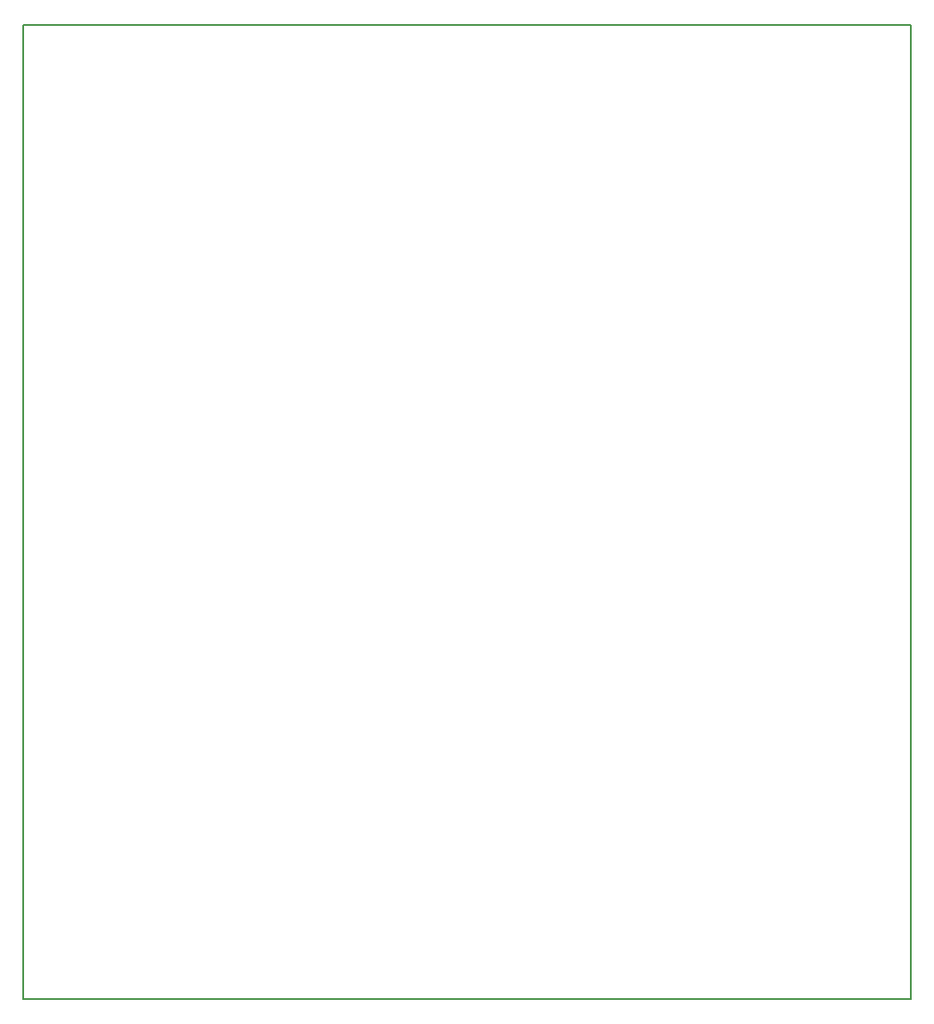
<source format=gbr>
%FSLAX35Y35*%
%MOMM*%
G04 EasyPC Gerber Version 18.0.9 Build 3640 *
%ADD10C,0.12700*%
X0Y0D02*
D02*
D10*
X6350Y6350D02*
X8441720D01*
Y9252540*
X6350*
Y6350*
X0Y0D02*
M02*

</source>
